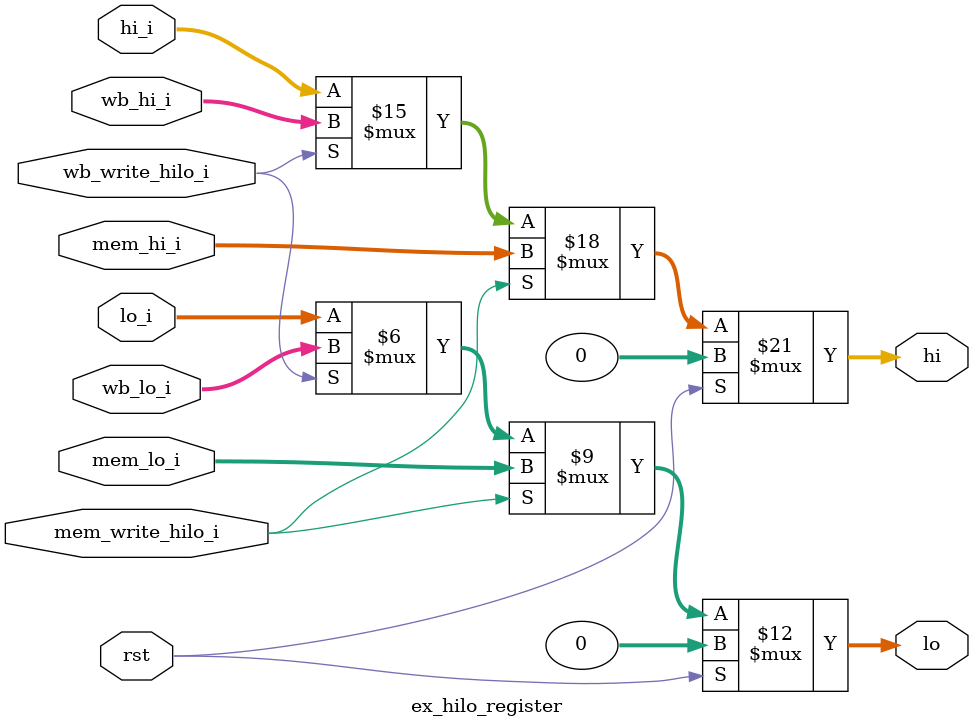
<source format=v>
`include "../defines.v"

module ex_hilo_register(//解决hilo依赖关系
    input wire rst,
    input wire[31:0] mem_hi_i,
    input wire[31:0] mem_lo_i,
    input wire mem_write_hilo_i,

    input wire[31:0] wb_hi_i,
    input wire[31:0] wb_lo_i,
    input wire wb_write_hilo_i,

    input wire[31:0] hi_i,
    input wire[31:0] lo_i,

    output reg[31:0] hi,
    output reg[31:0] lo
);
    always @ (*) begin
        if (rst == 1'b1) begin
            hi <= 32'h00000000;
            lo <= 32'h00000000;
        end else if (mem_write_hilo_i == 1'b1) begin//解决和mem阶段的数据依赖
            hi <= mem_hi_i;
            lo <= mem_lo_i;
        end else if (wb_write_hilo_i == 1'b1)begin//解决和回写阶段的数据依赖
            hi <= wb_hi_i;
            lo <= wb_lo_i;
        end else begin
            hi <= hi_i;
            lo <= lo_i;
        end
    end
endmodule
</source>
